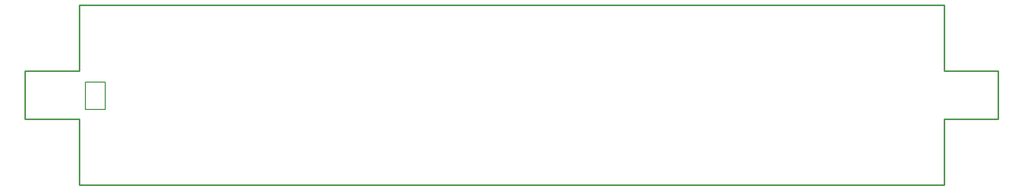
<source format=gm1>
G04 Layer_Color=16711935*
%FSLAX25Y25*%
%MOIN*%
G70*
G01*
G75*
%ADD29C,0.01000*%
%ADD53C,0.00500*%
D29*
X35433Y157480D02*
X602362D01*
X35433Y39370D02*
X602362D01*
X35433Y114173D02*
Y157480D01*
X0Y82677D02*
X35433D01*
Y39370D02*
Y82677D01*
X602362D02*
X637795D01*
X602362Y114173D02*
X637795D01*
X602362D02*
Y157480D01*
Y39370D02*
Y82677D01*
X637795D02*
Y114173D01*
X0Y82677D02*
Y114173D01*
X35433D01*
D53*
X39623Y106757D02*
X52378D01*
X39623Y88844D02*
Y106757D01*
Y88844D02*
X52378D01*
Y106757D01*
M02*

</source>
